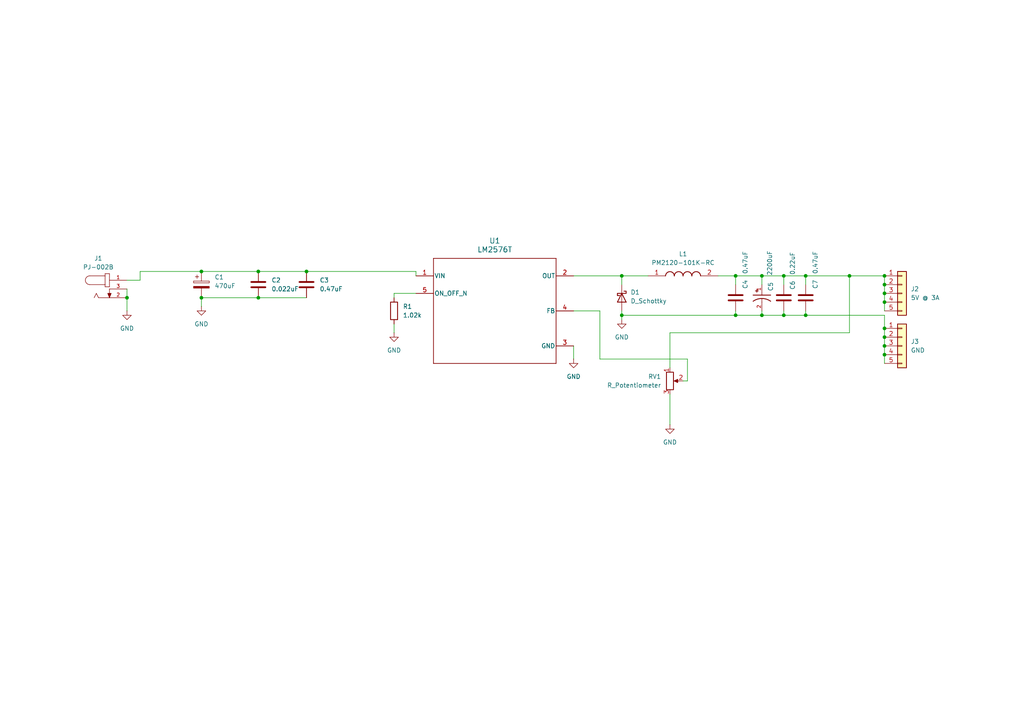
<source format=kicad_sch>
(kicad_sch (version 20231120) (generator "eeschema") (generator_version "8.0")
  (paper "A4")
  (lib_symbols
    (symbol "Capacitor_1:EEVFK1E222M" (pin_names (offset 1.016))
      (property "Reference" "C" (at -2.54 3.81 0))
      (property "Value" "EEVFK1E222M" (at -2.54 -5.08 0))
      (symbol "EEVFK1E222M_0_0"
        (rectangle (start -1.173 -1.532) (end -0.284 -1.405) (stroke (width 0.1)) (fill (type outline)))
        (rectangle (start -0.792 -1.913) (end -0.665 -1.024) (stroke (width 0.1)) (fill (type outline)))
        (polyline (pts (xy 0 0) (xy 0.508 0)) (stroke (width 0.1524)))
        (polyline (pts (xy 0.508 0) (xy 0.508 -2.54)) (stroke (width 0.254)))
        (polyline (pts (xy 0.508 2.54) (xy 0.508 0)) (stroke (width 0.254)))
        (polyline (pts (xy 2.54 0) (xy 1.524 0)) (stroke (width 0.1524)))
        (arc (start 2.286 2.54) (mid 1.4851 0) (end 2.286 -2.54) (stroke (width 0.254)))
        (pin passive line (at -2.54 0 0) (length 2.54) (name "~") (number "1"))
        (pin passive line (at 5.08 0 180) (length 2.54) (name "~") (number "2"))
      )
    )
    (symbol "Connector:PJ-002B" (pin_names (offset 1.016))
      (property "Reference" "J" (at -7.6337 5.0892 0))
      (property "Value" "PJ-002B" (at -7.6269 -5.0846 0))
      (symbol "PJ-002B_0_0"
        (arc (start -5.715 3.81) (mid -6.9794 2.54) (end -5.715 1.27) (stroke (width 0.1524)))
        (polyline (pts (xy -5.715 3.81) (xy -1.27 3.81)) (stroke (width 0.1524)))
        (polyline (pts (xy -3.81 -1.27) (xy -4.445 -2.54)) (stroke (width 0.1524)))
        (polyline (pts (xy -3.175 -2.54) (xy -3.81 -1.27)) (stroke (width 0.1524)))
        (polyline (pts (xy -1.27 0.635) (xy 0 0.635)) (stroke (width 0.1524)))
        (polyline (pts (xy -1.27 1.27) (xy -5.715 1.27)) (stroke (width 0.1524)))
        (polyline (pts (xy -1.27 1.27) (xy -1.27 0.635)) (stroke (width 0.1524)))
        (polyline (pts (xy -1.27 3.81) (xy -1.27 1.27)) (stroke (width 0.1524)))
        (polyline (pts (xy -1.27 4.445) (xy -1.27 3.81)) (stroke (width 0.1524)))
        (polyline (pts (xy 0 -2.54) (xy -3.175 -2.54)) (stroke (width 0.1524)))
        (polyline (pts (xy 0 0) (xy 0 -2.54)) (stroke (width 0.1524)))
        (polyline (pts (xy 0 0.635) (xy 0 4.445)) (stroke (width 0.1524)))
        (polyline (pts (xy 0 4.445) (xy -1.27 4.445)) (stroke (width 0.1524)))
        (polyline (pts (xy 0 -2.54) (xy -0.508 -1.27) (xy 0.508 -1.27) (xy 0 -2.54)) (stroke (width 0.1524)) (fill (type outline)))
        (pin passive line (at 5.08 2.54 180) (length 5.08) (name "~") (number "1"))
        (pin passive line (at 5.08 -2.54 180) (length 5.08) (name "~") (number "2"))
        (pin passive line (at 5.08 0 180) (length 5.08) (name "~") (number "3"))
      )
    )
    (symbol "Connector_Generic:Conn_01x05" (pin_names (offset 1.016) hide)
      (property "Reference" "J" (at 0 7.62 0))
      (property "Value" "Conn_01x05" (at 0 -7.62 0))
      (symbol "Conn_01x05_1_1"
        (rectangle (start -1.27 -4.953) (end 0 -5.207) (stroke (width 0.1524)))
        (rectangle (start -1.27 -2.413) (end 0 -2.667) (stroke (width 0.1524)))
        (rectangle (start -1.27 0.127) (end 0 -0.127) (stroke (width 0.1524)))
        (rectangle (start -1.27 2.667) (end 0 2.413) (stroke (width 0.1524)))
        (rectangle (start -1.27 5.207) (end 0 4.953) (stroke (width 0.1524)))
        (rectangle (start -1.27 6.35) (end 1.27 -6.35) (stroke (width 0.254)) (fill (type background)))
        (pin passive line (at -5.08 5.08 0) (length 3.81) (name "Pin_1") (number "1"))
        (pin passive line (at -5.08 2.54 0) (length 3.81) (name "Pin_2") (number "2"))
        (pin passive line (at -5.08 0 0) (length 3.81) (name "Pin_3") (number "3"))
        (pin passive line (at -5.08 -2.54 0) (length 3.81) (name "Pin_4") (number "4"))
        (pin passive line (at -5.08 -5.08 0) (length 3.81) (name "Pin_5") (number "5"))
      )
    )
    (symbol "Device:C" (pin_numbers hide) (pin_names (offset 0.254))
      (property "Reference" "C" (at 0.635 2.54 0))
      (property "Value" "C" (at 0.635 -2.54 0))
      (symbol "C_0_1"
        (polyline (pts (xy -2.032 -0.762) (xy 2.032 -0.762)) (stroke (width 0.508)))
        (polyline (pts (xy -2.032 0.762) (xy 2.032 0.762)) (stroke (width 0.508)))
      )
      (symbol "C_1_1"
        (pin passive line (at 0 3.81 270) (length 2.794) (name "~") (number "1"))
        (pin passive line (at 0 -3.81 90) (length 2.794) (name "~") (number "2"))
      )
    )
    (symbol "Device:C_Polarized" (pin_numbers hide) (pin_names (offset 0.254))
      (property "Reference" "C" (at 0.635 2.54 0))
      (property "Value" "C_Polarized" (at 0.635 -2.54 0))
      (symbol "C_Polarized_0_1"
        (rectangle (start -2.286 0.508) (end 2.286 1.016))
        (polyline (pts (xy -1.778 2.286) (xy -0.762 2.286)))
        (polyline (pts (xy -1.27 2.794) (xy -1.27 1.778)))
        (rectangle (start 2.286 -0.508) (end -2.286 -1.016) (fill (type outline)))
      )
      (symbol "C_Polarized_1_1"
        (pin passive line (at 0 3.81 270) (length 2.794) (name "~") (number "1"))
        (pin passive line (at 0 -3.81 90) (length 2.794) (name "~") (number "2"))
      )
    )
    (symbol "Device:D_Schottky" (pin_numbers hide) (pin_names (offset 1.016) hide)
      (property "Reference" "D" (at 0 2.54 0))
      (property "Value" "D_Schottky" (at 0 -2.54 0))
      (symbol "D_Schottky_0_1"
        (polyline (pts (xy 1.27 0) (xy -1.27 0)))
        (polyline (pts (xy 1.27 1.27) (xy 1.27 -1.27) (xy -1.27 0) (xy 1.27 1.27)) (stroke (width 0.254)))
        (polyline (pts (xy -1.905 0.635) (xy -1.905 1.27) (xy -1.27 1.27) (xy -1.27 -1.27) (xy -0.635 -1.27) (xy -0.635 -0.635)) (stroke (width 0.254)))
      )
      (symbol "D_Schottky_1_1"
        (pin passive line (at -3.81 0 0) (length 2.54) (name "K") (number "1"))
        (pin passive line (at 3.81 0 180) (length 2.54) (name "A") (number "2"))
      )
    )
    (symbol "Device:R" (pin_numbers hide) (pin_names (offset 0))
      (property "Reference" "R" (at 2.032 0 90))
      (property "Value" "R" (at 0 0 90))
      (symbol "R_0_1"
        (rectangle (start -1.016 -2.54) (end 1.016 2.54) (stroke (width 0.254)))
      )
      (symbol "R_1_1"
        (pin passive line (at 0 3.81 270) (length 1.27) (name "~") (number "1"))
        (pin passive line (at 0 -3.81 90) (length 1.27) (name "~") (number "2"))
      )
    )
    (symbol "Device:R_Potentiometer" (pin_names (offset 1.016) hide)
      (property "Reference" "RV" (at -4.445 0 90))
      (property "Value" "R_Potentiometer" (at -2.54 0 90))
      (symbol "R_Potentiometer_0_1"
        (polyline (pts (xy 2.54 0) (xy 1.524 0)))
        (polyline (pts (xy 1.143 0) (xy 2.286 0.508) (xy 2.286 -0.508) (xy 1.143 0)) (fill (type outline)))
        (rectangle (start 1.016 2.54) (end -1.016 -2.54) (stroke (width 0.254)))
      )
      (symbol "R_Potentiometer_1_1"
        (pin passive line (at 0 3.81 270) (length 1.27) (name "1") (number "1"))
        (pin passive line (at 3.81 0 180) (length 1.27) (name "2") (number "2"))
        (pin passive line (at 0 -3.81 90) (length 1.27) (name "3") (number "3"))
      )
    )
    (symbol "Inductor:PM2120-101K-RC" (pin_names hide)
      (property "Reference" "L" (at 16.51 6.35 0))
      (property "Value" "PM2120-101K-RC" (at 16.51 3.81 0))
      (symbol "PM2120-101K-RC_1_1"
        (arc (start 7.62 0) (mid 6.35 1.219) (end 5.08 0) (stroke (width 0.254)))
        (arc (start 10.16 0) (mid 8.89 1.219) (end 7.62 0) (stroke (width 0.254)))
        (arc (start 12.7 0) (mid 11.43 1.219) (end 10.16 0) (stroke (width 0.254)))
        (arc (start 15.24 0) (mid 13.97 1.219) (end 12.7 0) (stroke (width 0.254)))
        (pin passive line (at 0 0 0) (length 5.08) (name "1") (number "1"))
        (pin passive line (at 20.32 0 180) (length 5.08) (name "2") (number "2"))
      )
    )
    (symbol "LM2576:LM2576T-ADJ_NOPB" (pin_names (offset 0.254))
      (property "Reference" "U" (at 0 2.54 0))
      (property "Value" "LM2576T-ADJ/NOPB" (at 0 0 0))
      (symbol "LM2576T-ADJ_NOPB_0_1"
        (polyline (pts (xy -17.78 -15.24) (xy 17.78 -15.24)) (stroke (width 0.2032)))
        (polyline (pts (xy -17.78 15.24) (xy -17.78 -15.24)) (stroke (width 0.2032)))
        (polyline (pts (xy 17.78 -15.24) (xy 17.78 15.24)) (stroke (width 0.2032)))
        (polyline (pts (xy 17.78 15.24) (xy -17.78 15.24)) (stroke (width 0.2032)))
        (pin power_in line (at -22.86 10.16 0) (length 5.08) (name "VIN") (number "1"))
        (pin output line (at 22.86 10.16 180) (length 5.08) (name "OUT") (number "2"))
        (pin power_in line (at 22.86 -10.16 180) (length 5.08) (name "GND") (number "3"))
        (pin input line (at 22.86 0 180) (length 5.08) (name "FB") (number "4"))
        (pin input line (at -22.86 5.08 0) (length 5.08) (name "ON_OFF_N") (number "5"))
      )
    )
    (symbol "power:GND" (power) (pin_numbers hide) (pin_names (offset 0) hide)
      (property "Value" "GND" (at 0 -3.81 0))
      (symbol "GND_0_1"
        (polyline (pts (xy 0 0) (xy 0 -1.27) (xy 1.27 -1.27) (xy 0 -2.54) (xy -1.27 -1.27) (xy 0 -1.27)))
      )
      (symbol "GND_1_1"
        (pin power_in line (at 0 0 270) (length 0) (name "~") (number "1"))
      )
    )
  )
  (junction (at 256.54 85.09))
  (junction (at 256.54 97.79))
  (junction (at 36.83 86.36))
  (junction (at 256.54 80.01))
  (junction (at 220.98 80.01))
  (junction (at 256.54 82.55))
  (junction (at 74.93 78.74))
  (junction (at 58.42 78.74))
  (junction (at 220.98 91.44))
  (junction (at 74.93 86.36))
  (junction (at 256.54 102.87))
  (junction (at 246.38 80.01))
  (junction (at 233.68 80.01))
  (junction (at 256.54 100.33))
  (junction (at 180.34 80.01))
  (junction (at 227.33 91.44))
  (junction (at 213.36 91.44))
  (junction (at 233.68 91.44))
  (junction (at 213.36 80.01))
  (junction (at 256.54 87.63))
  (junction (at 227.33 80.01))
  (junction (at 256.54 95.25))
  (junction (at 58.42 86.36))
  (junction (at 88.9 78.74))
  (junction (at 180.34 91.44))
  (wire (pts (xy 180.34 91.44) (xy 180.34 92.71)))
  (wire (pts (xy 220.98 91.44) (xy 227.33 91.44)))
  (wire (pts (xy 213.36 82.55) (xy 213.36 80.01)))
  (wire (pts (xy 36.83 83.82) (xy 36.83 86.36)))
  (wire (pts (xy 256.54 95.25) (xy 256.54 97.79)))
  (wire (pts (xy 194.31 96.52) (xy 246.38 96.52)))
  (wire (pts (xy 180.34 90.17) (xy 180.34 91.44)))
  (wire (pts (xy 208.28 80.01) (xy 213.36 80.01)))
  (wire (pts (xy 233.68 90.17) (xy 233.68 91.44)))
  (wire (pts (xy 36.83 81.28) (xy 40.64 81.28)))
  (wire (pts (xy 166.37 90.17) (xy 173.99 90.17)))
  (wire (pts (xy 194.31 114.3) (xy 194.31 123.19)))
  (wire (pts (xy 40.64 78.74) (xy 58.42 78.74)))
  (wire (pts (xy 213.36 80.01) (xy 220.98 80.01)))
  (wire (pts (xy 36.83 86.36) (xy 36.83 90.17)))
  (wire (pts (xy 256.54 97.79) (xy 256.54 100.33)))
  (wire (pts (xy 194.31 96.52) (xy 194.31 106.68)))
  (wire (pts (xy 220.98 82.55) (xy 220.98 80.01)))
  (wire (pts (xy 227.33 80.01) (xy 233.68 80.01)))
  (wire (pts (xy 180.34 80.01) (xy 187.96 80.01)))
  (wire (pts (xy 199.39 104.14) (xy 199.39 110.49)))
  (wire (pts (xy 58.42 86.36) (xy 58.42 88.9)))
  (wire (pts (xy 220.98 80.01) (xy 227.33 80.01)))
  (wire (pts (xy 58.42 86.36) (xy 74.93 86.36)))
  (wire (pts (xy 213.36 90.17) (xy 213.36 91.44)))
  (wire (pts (xy 114.3 93.98) (xy 114.3 96.52)))
  (wire (pts (xy 256.54 102.87) (xy 256.54 105.41)))
  (wire (pts (xy 180.34 82.55) (xy 180.34 80.01)))
  (wire (pts (xy 256.54 82.55) (xy 256.54 85.09)))
  (wire (pts (xy 256.54 100.33) (xy 256.54 102.87)))
  (wire (pts (xy 166.37 80.01) (xy 180.34 80.01)))
  (wire (pts (xy 58.42 78.74) (xy 74.93 78.74)))
  (wire (pts (xy 246.38 96.52) (xy 246.38 80.01)))
  (wire (pts (xy 173.99 104.14) (xy 199.39 104.14)))
  (wire (pts (xy 40.64 81.28) (xy 40.64 78.74)))
  (wire (pts (xy 233.68 91.44) (xy 227.33 91.44)))
  (wire (pts (xy 74.93 78.74) (xy 88.9 78.74)))
  (wire (pts (xy 256.54 87.63) (xy 256.54 90.17)))
  (wire (pts (xy 227.33 82.55) (xy 227.33 80.01)))
  (wire (pts (xy 213.36 91.44) (xy 180.34 91.44)))
  (wire (pts (xy 120.65 78.74) (xy 120.65 80.01)))
  (wire (pts (xy 166.37 100.33) (xy 166.37 104.14)))
  (wire (pts (xy 220.98 90.17) (xy 220.98 91.44)))
  (wire (pts (xy 173.99 90.17) (xy 173.99 104.14)))
  (wire (pts (xy 213.36 91.44) (xy 220.98 91.44)))
  (wire (pts (xy 246.38 80.01) (xy 256.54 80.01)))
  (wire (pts (xy 233.68 82.55) (xy 233.68 80.01)))
  (wire (pts (xy 74.93 86.36) (xy 88.9 86.36)))
  (wire (pts (xy 256.54 91.44) (xy 256.54 95.25)))
  (wire (pts (xy 120.65 78.74) (xy 88.9 78.74)))
  (wire (pts (xy 233.68 80.01) (xy 246.38 80.01)))
  (wire (pts (xy 114.3 85.09) (xy 114.3 86.36)))
  (wire (pts (xy 227.33 90.17) (xy 227.33 91.44)))
  (wire (pts (xy 233.68 91.44) (xy 256.54 91.44)))
  (wire (pts (xy 256.54 80.01) (xy 256.54 82.55)))
  (wire (pts (xy 120.65 85.09) (xy 114.3 85.09)))
  (wire (pts (xy 199.39 110.49) (xy 198.12 110.49)))
  (wire (pts (xy 256.54 85.09) (xy 256.54 87.63)))
  (symbol (lib_id "Device:R") (at 114.3 90.17 0) (unit 1)
    (property "Reference" "R1" (at 116.84 88.8999 0) (effects (justify left)))
    (property "Value" "1.02k" (at 116.84 91.4399 0) (effects (justify left)))
    (property "Footprint" "Resistor_SMD:R_1206_3216Metric_Pad1.30x1.75mm_HandSolder" (effects (hide yes)))
    (property "Datasheet" "https://www.digikey.in/en/products/detail/vishay-dale/crcw12061k02fkea/1176645" (effects (hide yes)))
    (property "Description" "Resistor" (effects (hide yes)))
    (property "Digikey Part#" "541-1.02KFCT-ND" (effects (hide yes)))
  )
  (symbol (lib_id "Device:C_Polarized") (at 58.42 82.55 0) (unit 1)
    (property "Reference" "C1" (at 62.23 80.3909 0) (effects (justify left)))
    (property "Value" "470uF" (at 62.23 82.9309 0) (effects (justify left)))
    (property "Footprint" "Capacitor:CAP_EEVFK1J471M" (effects (hide yes)))
    (property "Datasheet" "https://www.digikey.in/en/products/detail/panasonic-electronic-components/EEV-FK1J471M/396297?s=N4IgTCBcDaIKJwGoFoBiBpAjAKQCwHZMBZEAXQF8g" (effects (hide yes)))
    (property "Description" "Polarized capacitor" (effects (hide yes)))
    (property "Digikey Part#" "PCE3485CT-ND" (effects (hide yes)))
  )
  (symbol (lib_id "Device:C") (at 88.9 82.55 0) (unit 1)
    (property "Reference" "C3" (at 92.71 81.2799 0) (effects (justify left)))
    (property "Value" "0.47uF" (at 92.71 83.8199 0) (effects (justify left)))
    (property "Footprint" "Capacitor_SMD:C_1206_3216Metric_Pad1.33x1.80mm_HandSolder" (effects (hide yes)))
    (property "Datasheet" "https://www.digikey.in/en/products/detail/tdk-corporation/c3216x7r2a474m160ae/2616402" (effects (hide yes)))
    (property "Description" "Unpolarized capacitor" (effects (hide yes)))
    (property "Digikey Part#" "445-6816-1-ND" (effects (hide yes)))
  )
  (symbol (lib_id "Device:C") (at 74.93 82.55 0) (unit 1)
    (property "Reference" "C2" (at 78.74 81.2799 0) (effects (justify left)))
    (property "Value" "0.022uF" (at 78.74 83.8199 0) (effects (justify left)))
    (property "Footprint" "Capacitor_SMD:C_0603_1608Metric_Pad1.08x0.95mm_HandSolder" (effects (hide yes)))
    (property "Datasheet" "https://www.digikey.in/en/products/detail/tdk-corporation/c1608x7r2a223k080ae/5809204" (effects (hide yes)))
    (property "Description" "Unpolarized capacitor" (effects (hide yes)))
    (property "Digikey Part#" "445-173639-1-ND" (effects (hide yes)))
  )
  (symbol (lib_id "power:GND") (at 36.83 90.17 0) (unit 1)
    (property "Reference" "#PWR01" (effects (hide yes)))
    (property "Value" "GND" (at 36.83 95.25 0))
    (property "Description" "Power symbol creates a global label with name \"GND\" , ground" (effects (hide yes)))
  )
  (symbol (lib_id "Device:C") (at 213.36 86.36 0) (unit 1)
    (property "Reference" "C4" (at 216.154 83.82 90) (effects (justify left)))
    (property "Value" "0.47uF" (at 216.154 79.502 90) (effects (justify left)))
    (property "Footprint" "Capacitor_SMD:C_1206_3216Metric_Pad1.33x1.80mm_HandSolder" (effects (hide yes)))
    (property "Datasheet" "https://www.digikey.in/en/products/detail/tdk-corporation/c3216x7r2a474m160ae/2616402" (effects (hide yes)))
    (property "Description" "Unpolarized capacitor" (effects (hide yes)))
    (property "Digikey Part#" "445-6816-1-ND" (effects (hide yes)))
  )
  (symbol (lib_id "power:GND") (at 180.34 92.71 0) (unit 1)
    (property "Reference" "#PWR04" (effects (hide yes)))
    (property "Value" "GND" (at 180.34 97.79 0))
    (property "Description" "Power symbol creates a global label with name \"GND\" , ground" (effects (hide yes)))
  )
  (symbol (lib_id "Device:C") (at 227.33 86.36 0) (unit 1)
    (property "Reference" "C6" (at 229.87 84.074 90) (effects (justify left)))
    (property "Value" "0.22uF" (at 229.87 79.756 90) (effects (justify left)))
    (property "Footprint" "Resistor_SMD:R_0603_1608Metric_Pad0.98x0.95mm_HandSolder" (effects (hide yes)))
    (property "Datasheet" "https://www.digikey.in/en/products/detail/tdk-corporation/C1608X7R1E224K080AC/2093806" (effects (hide yes)))
    (property "Description" "Unpolarized capacitor" (effects (hide yes)))
    (property "Digikey Part#" "445-5191-1-ND" (effects (hide yes)))
  )
  (symbol (lib_id "power:GND") (at 194.31 123.19 0) (unit 1)
    (property "Reference" "#PWR05" (effects (hide yes)))
    (property "Value" "GND" (at 194.31 128.27 0))
    (property "Description" "Power symbol creates a global label with name \"GND\" , ground" (effects (hide yes)))
  )
  (symbol (lib_id "Connector:PJ-002B") (at 31.75 83.82 0) (unit 1)
    (property "Reference" "J1" (at 28.5143 74.93 0))
    (property "Value" "PJ-002B" (at 28.5143 77.47 0))
    (property "Footprint" "Connector:CUI_PJ-002B" (effects (hide yes)))
    (property "Datasheet" "https://www.digikey.in/en/products/detail/same-sky-formerly-cui-devices/PJ-002B/96965" (effects (hide yes)))
    (property "MANUFACTURER" "CUI INC" (effects (hide yes)))
    (property "STANDARD" "Manufacturer recommendations" (effects (hide yes)))
    (property "Digikey Part#" "  CP-002B-ND" (effects (hide yes)))
  )
  (symbol (lib_id "Inductor:PM2120-101K-RC") (at 187.96 80.01 0) (unit 1)
    (property "Reference" "L1" (at 198.12 73.66 0))
    (property "Value" "PM2120-101K-RC" (at 198.12 76.2 0))
    (property "Footprint" "Inductor:PM2120271KRC" (effects (hide yes)))
    (property "Description" "Bourns PM2120 Series Type 2120 Wire-wound SMD Inductor with a Iron Core, 100 uH +/-10% Wire-Wound 6.1A Idc" (effects (hide yes)))
    (property "Height" "20.32" (effects (hide yes)))
    (property "Mouser Part Number" "542-PM2120-101K-RC" (effects (hide yes)))
    (property "Mouser Price/Stock" "https://www.mouser.co.uk/ProductDetail/JW-Miller/PM2120-101K-RC?qs=6rSQ3%252BFDZXmyXh5oy36Siw%3D%3D" (effects (hide yes)))
    (property "Manufacturer_Name" "Bourns" (effects (hide yes)))
    (property "Manufacturer_Part_Number" "PM2120-101K-RC" (effects (hide yes)))
    (property "Digikey Part#" "M8793-ND" (effects (hide yes)))
  )
  (symbol (lib_id "power:GND") (at 114.3 96.52 0) (unit 1)
    (property "Reference" "#PWR03" (effects (hide yes)))
    (property "Value" "GND" (at 114.3 101.6 0))
    (property "Description" "Power symbol creates a global label with name \"GND\" , ground" (effects (hide yes)))
  )
  (symbol (lib_id "power:GND") (at 58.42 88.9 0) (unit 1)
    (property "Reference" "#PWR02" (effects (hide yes)))
    (property "Value" "GND" (at 58.42 93.98 0))
    (property "Description" "Power symbol creates a global label with name \"GND\" , ground" (effects (hide yes)))
  )
  (symbol (lib_id "Device:D_Schottky") (at 180.34 86.36 270) (unit 1)
    (property "Reference" "D1" (at 182.88 84.7724 90) (effects (justify left)))
    (property "Value" "D_Schottky" (at 182.88 87.3124 90) (effects (justify left)))
    (property "Footprint" "Diodes:SMC_DIO-M" (effects (hide yes)))
    (property "Datasheet" "https://www.digikey.in/en/products/detail/diodes-incorporated/b550c-13-f/768772" (effects (hide yes)))
    (property "Description" "Schottky diode" (effects (hide yes)))
    (property "Digikey Part#" "B550C-FDICT-ND " (effects (hide yes)))
  )
  (symbol (lib_id "LM2576:LM2576T-ADJ_NOPB") (at 143.51 90.17 0) (unit 1)
    (property "Reference" "U1" (at 143.51 69.85 0) (effects (font (size 1.524 1.524))))
    (property "Value" "LM2576T" (at 143.51 72.39 0) (effects (font (size 1.524 1.524))))
    (property "Footprint" "LM2576:LM2576xx" (effects (hide yes)))
    (property "Datasheet" "https://www.digikey.in/en/products/detail/texas-instruments/LM2576T-ADJ-NOPB/148128" (effects (hide yes)))
    (property "Digikey Part#" "LM2576T-ADJNS/NOPB-ND" (effects (hide yes)))
  )
  (symbol (lib_id "Device:C") (at 233.68 86.36 0) (unit 1)
    (property "Reference" "C7" (at 236.474 83.82 90) (effects (justify left)))
    (property "Value" "0.47uF" (at 236.474 79.502 90) (effects (justify left)))
    (property "Footprint" "Capacitor_SMD:C_1206_3216Metric_Pad1.33x1.80mm_HandSolder" (effects (hide yes)))
    (property "Datasheet" "https://www.digikey.in/en/products/detail/tdk-corporation/c3216x7r2a474m160ae/2616402" (effects (hide yes)))
    (property "Description" "Unpolarized capacitor" (effects (hide yes)))
    (property "Digikey Part#" "445-6816-1-ND" (effects (hide yes)))
  )
  (symbol (lib_id "Device:R_Potentiometer") (at 194.31 110.49 0) (unit 1)
    (property "Reference" "RV1" (at 191.77 109.2199 0) (effects (justify right)))
    (property "Value" "R_Potentiometer" (at 191.77 111.7599 0) (effects (justify right)))
    (property "Footprint" "SS_Resistors:601030_AVX" (effects (hide yes)))
    (property "Datasheet" "https://www.digikey.in/en/products/detail/kyocera-avx/601030/10491403" (effects (hide yes)))
    (property "Description" "Potentiometer" (effects (hide yes)))
    (property "Digikey Part#" "  478-601030-ND" (effects (hide yes)))
  )
  (symbol (lib_id "Capacitor_1:EEVFK1E222M") (at 220.98 85.09 270) (unit 1)
    (property "Reference" "C5" (at 223.52 81.788 0) (effects (justify left)))
    (property "Value" "2200uF" (at 223.266 72.644 0) (effects (justify left)))
    (property "Footprint" "Capacitor:CAP_EEVFK1E222M" (effects (hide yes)))
    (property "Datasheet" "https://www.digikey.in/en/products/detail/panasonic-electronic-components/eev-fk1e222m/396275" (effects (hide yes)))
    (property "PARTREV" "10-Oct-19" (effects (hide yes)))
    (property "STANDARD" "Manufacturer Recommendations" (effects (hide yes)))
    (property "MAXIMUM_PACKAGE_HEIGHT" "16.5mm" (effects (hide yes)))
    (property "MANUFACTURER" "Panasonic" (effects (hide yes)))
    (property "Digikey Part#" "PCE3463CT-ND " (effects (hide yes)))
  )
  (symbol (lib_id "Connector_Generic:Conn_01x05") (at 261.62 100.33 0) (unit 1)
    (property "Reference" "J3" (at 264.16 99.0599 0) (effects (justify left)))
    (property "Value" "GND" (at 264.16 101.5999 0) (effects (justify left)))
    (property "Footprint" "Connector_PinHeader_2.54mm:PinHeader_1x05_P2.54mm_Vertical" (effects (hide yes)))
    (property "Description" "Generic connector, single row, 01x05, script generated (kicad-library-utils/schlib/autogen/connector/)" (effects (hide yes)))
  )
  (symbol (lib_id "Connector_Generic:Conn_01x05") (at 261.62 85.09 0) (unit 1)
    (property "Reference" "J2" (at 264.16 83.8199 0) (effects (justify left)))
    (property "Value" "5V @ 3A" (at 264.16 86.3599 0) (effects (justify left)))
    (property "Footprint" "Connector_PinHeader_2.54mm:PinHeader_1x05_P2.54mm_Vertical" (effects (hide yes)))
    (property "Description" "Generic connector, single row, 01x05, script generated (kicad-library-utils/schlib/autogen/connector/)" (effects (hide yes)))
  )
  (symbol (lib_id "power:GND") (at 166.37 104.14 0) (unit 1)
    (property "Reference" "#PWR06" (effects (hide yes)))
    (property "Value" "GND" (at 166.37 109.22 0))
    (property "Description" "Power symbol creates a global label with name \"GND\" , ground" (effects (hide yes)))
  )
)
</source>
